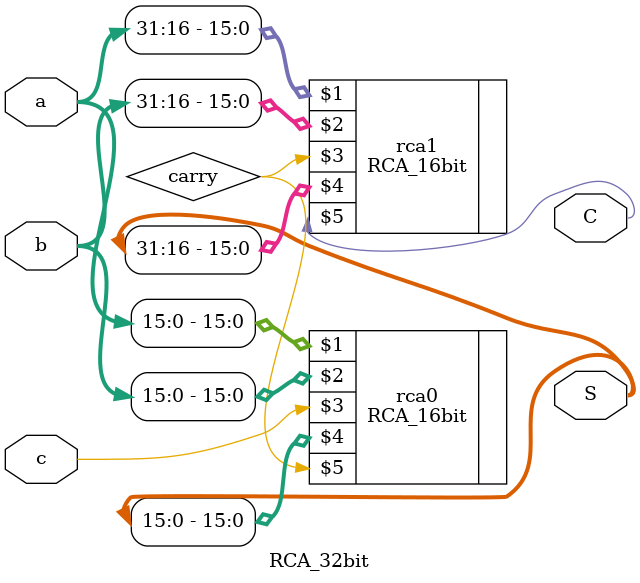
<source format=v>
`timescale 1ns / 1ps


module RCA_32bit(a,b,c,S,C);
	input [31:0] a,b;			// input 32 bit summands
	input c;						// carry input
	output [31:0] S;			// 32 bit sum output
	output C;					// Output Carry
	wire carry;					// Buffer Carry
	
	// Cascading two 16 bit Ripple Carry Adders to create a 32 bit Ripple Carry Adder
	RCA_16bit rca0(a[15:0],b[15:0],c,S[15:0],carry);
	RCA_16bit rca1(a[31:16],b[31:16],carry,S[31:16],C);

endmodule

</source>
